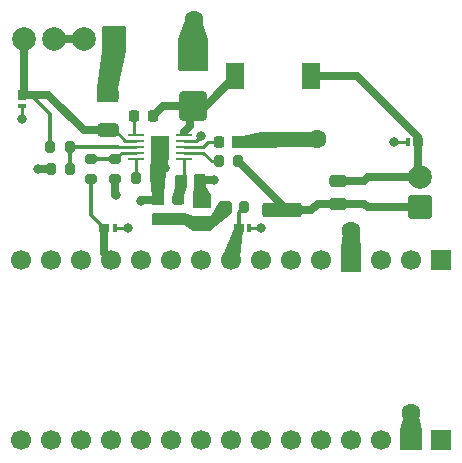
<source format=gbr>
%TF.GenerationSoftware,KiCad,Pcbnew,9.0.7-9.0.7~ubuntu24.04.1*%
%TF.CreationDate,2026-02-05T17:20:45+01:00*%
%TF.ProjectId,LaserDriver,4c617365-7244-4726-9976-65722e6b6963,rev?*%
%TF.SameCoordinates,Original*%
%TF.FileFunction,Copper,L1,Top*%
%TF.FilePolarity,Positive*%
%FSLAX46Y46*%
G04 Gerber Fmt 4.6, Leading zero omitted, Abs format (unit mm)*
G04 Created by KiCad (PCBNEW 9.0.7-9.0.7~ubuntu24.04.1) date 2026-02-05 17:20:45*
%MOMM*%
%LPD*%
G01*
G04 APERTURE LIST*
G04 Aperture macros list*
%AMRoundRect*
0 Rectangle with rounded corners*
0 $1 Rounding radius*
0 $2 $3 $4 $5 $6 $7 $8 $9 X,Y pos of 4 corners*
0 Add a 4 corners polygon primitive as box body*
4,1,4,$2,$3,$4,$5,$6,$7,$8,$9,$2,$3,0*
0 Add four circle primitives for the rounded corners*
1,1,$1+$1,$2,$3*
1,1,$1+$1,$4,$5*
1,1,$1+$1,$6,$7*
1,1,$1+$1,$8,$9*
0 Add four rect primitives between the rounded corners*
20,1,$1+$1,$2,$3,$4,$5,0*
20,1,$1+$1,$4,$5,$6,$7,0*
20,1,$1+$1,$6,$7,$8,$9,0*
20,1,$1+$1,$8,$9,$2,$3,0*%
G04 Aperture macros list end*
%TA.AperFunction,SMDPad,CuDef*%
%ADD10RoundRect,0.225000X-0.225000X-0.250000X0.225000X-0.250000X0.225000X0.250000X-0.225000X0.250000X0*%
%TD*%
%TA.AperFunction,SMDPad,CuDef*%
%ADD11RoundRect,0.075000X-0.390000X-0.275000X0.390000X-0.275000X0.390000X0.275000X-0.390000X0.275000X0*%
%TD*%
%TA.AperFunction,SMDPad,CuDef*%
%ADD12RoundRect,0.075000X-0.075000X-0.275000X0.075000X-0.275000X0.075000X0.275000X-0.075000X0.275000X0*%
%TD*%
%TA.AperFunction,SMDPad,CuDef*%
%ADD13RoundRect,0.200000X-0.200000X-0.275000X0.200000X-0.275000X0.200000X0.275000X-0.200000X0.275000X0*%
%TD*%
%TA.AperFunction,SMDPad,CuDef*%
%ADD14RoundRect,0.250000X1.425000X-0.362500X1.425000X0.362500X-1.425000X0.362500X-1.425000X-0.362500X0*%
%TD*%
%TA.AperFunction,SMDPad,CuDef*%
%ADD15RoundRect,0.075000X0.390000X0.275000X-0.390000X0.275000X-0.390000X-0.275000X0.390000X-0.275000X0*%
%TD*%
%TA.AperFunction,SMDPad,CuDef*%
%ADD16RoundRect,0.075000X0.075000X0.275000X-0.075000X0.275000X-0.075000X-0.275000X0.075000X-0.275000X0*%
%TD*%
%TA.AperFunction,SMDPad,CuDef*%
%ADD17RoundRect,0.075000X-0.275000X0.390000X-0.275000X-0.390000X0.275000X-0.390000X0.275000X0.390000X0*%
%TD*%
%TA.AperFunction,SMDPad,CuDef*%
%ADD18RoundRect,0.075000X-0.275000X0.075000X-0.275000X-0.075000X0.275000X-0.075000X0.275000X0.075000X0*%
%TD*%
%TA.AperFunction,SMDPad,CuDef*%
%ADD19RoundRect,0.200000X0.275000X-0.200000X0.275000X0.200000X-0.275000X0.200000X-0.275000X-0.200000X0*%
%TD*%
%TA.AperFunction,SMDPad,CuDef*%
%ADD20RoundRect,0.250000X0.475000X-0.250000X0.475000X0.250000X-0.475000X0.250000X-0.475000X-0.250000X0*%
%TD*%
%TA.AperFunction,SMDPad,CuDef*%
%ADD21RoundRect,0.200000X-0.275000X0.200000X-0.275000X-0.200000X0.275000X-0.200000X0.275000X0.200000X0*%
%TD*%
%TA.AperFunction,SMDPad,CuDef*%
%ADD22R,1.500000X2.200000*%
%TD*%
%TA.AperFunction,SMDPad,CuDef*%
%ADD23RoundRect,0.250000X-0.475000X0.250000X-0.475000X-0.250000X0.475000X-0.250000X0.475000X0.250000X0*%
%TD*%
%TA.AperFunction,ComponentPad*%
%ADD24RoundRect,0.250000X0.750000X0.750000X-0.750000X0.750000X-0.750000X-0.750000X0.750000X-0.750000X0*%
%TD*%
%TA.AperFunction,ComponentPad*%
%ADD25C,2.000000*%
%TD*%
%TA.AperFunction,ComponentPad*%
%ADD26R,1.700000X1.700000*%
%TD*%
%TA.AperFunction,ComponentPad*%
%ADD27C,1.700000*%
%TD*%
%TA.AperFunction,ComponentPad*%
%ADD28RoundRect,0.250000X0.750000X-0.750000X0.750000X0.750000X-0.750000X0.750000X-0.750000X-0.750000X0*%
%TD*%
%TA.AperFunction,SMDPad,CuDef*%
%ADD29RoundRect,0.250000X0.900000X-1.000000X0.900000X1.000000X-0.900000X1.000000X-0.900000X-1.000000X0*%
%TD*%
%TA.AperFunction,SMDPad,CuDef*%
%ADD30RoundRect,0.250000X0.650000X-0.325000X0.650000X0.325000X-0.650000X0.325000X-0.650000X-0.325000X0*%
%TD*%
%TA.AperFunction,SMDPad,CuDef*%
%ADD31O,1.450000X0.249999*%
%TD*%
%TA.AperFunction,SMDPad,CuDef*%
%ADD32R,1.569999X1.879999*%
%TD*%
%TA.AperFunction,ViaPad*%
%ADD33C,1.600000*%
%TD*%
%TA.AperFunction,ViaPad*%
%ADD34C,0.800000*%
%TD*%
%TA.AperFunction,Conductor*%
%ADD35C,0.350000*%
%TD*%
%TA.AperFunction,Conductor*%
%ADD36C,0.700000*%
%TD*%
%TA.AperFunction,Conductor*%
%ADD37C,0.250000*%
%TD*%
G04 APERTURE END LIST*
D10*
%TO.P,C105,1*%
%TO.N,/DAC*%
X45225000Y-113250000D03*
%TO.P,C105,2*%
%TO.N,GND*%
X46775000Y-113250000D03*
%TD*%
D11*
%TO.P,D104,1,K*%
%TO.N,/ard_PWM*%
X38715000Y-117250000D03*
D12*
%TO.P,D104,2,A*%
%TO.N,GND*%
X39600000Y-117250000D03*
%TD*%
D13*
%TO.P,R111,1*%
%TO.N,Net-(D100-K)*%
X34142500Y-110425000D03*
%TO.P,R111,2*%
%TO.N,Net-(U100-UVLO)*%
X35792500Y-110425000D03*
%TD*%
D14*
%TO.P,R105,1*%
%TO.N,Net-(J101-Pin_1)*%
X53750000Y-115712500D03*
%TO.P,R105,2*%
%TO.N,GND*%
X53750000Y-109787500D03*
%TD*%
D15*
%TO.P,D102,1,K*%
%TO.N,Net-(D102-K)*%
X65285000Y-110000000D03*
D16*
%TO.P,D102,2,A*%
%TO.N,GND*%
X64400000Y-110000000D03*
%TD*%
D17*
%TO.P,D100,1,K*%
%TO.N,Net-(D100-K)*%
X31800000Y-106015000D03*
D18*
%TO.P,D100,2,A*%
%TO.N,GND*%
X31800000Y-106900000D03*
%TD*%
D19*
%TO.P,R108,1*%
%TO.N,/intersection*%
X43250000Y-116575000D03*
%TO.P,R108,2*%
%TO.N,GND*%
X43250000Y-114925000D03*
%TD*%
D20*
%TO.P,C106,1*%
%TO.N,/intersection*%
X47000000Y-116950000D03*
%TO.P,C106,2*%
%TO.N,GND*%
X47000000Y-115050000D03*
%TD*%
D21*
%TO.P,R110,1*%
%TO.N,/PWM*%
X39675000Y-111460000D03*
%TO.P,R110,2*%
%TO.N,GND*%
X39675000Y-113110000D03*
%TD*%
%TO.P,R109,1*%
%TO.N,/PWM*%
X37642500Y-111460000D03*
%TO.P,R109,2*%
%TO.N,/ard_PWM*%
X37642500Y-113110000D03*
%TD*%
D22*
%TO.P,L100,1,1*%
%TO.N,Net-(D101-K)*%
X49825000Y-104435000D03*
%TO.P,L100,2,2*%
%TO.N,Net-(D102-K)*%
X56225000Y-104435000D03*
%TD*%
D10*
%TO.P,C103,1*%
%TO.N,Net-(U100-BOOT)*%
X41275000Y-107785000D03*
%TO.P,C103,2*%
%TO.N,Net-(D101-K)*%
X42825000Y-107785000D03*
%TD*%
D23*
%TO.P,C104,1*%
%TO.N,Net-(D102-K)*%
X58500000Y-113300000D03*
%TO.P,C104,2*%
%TO.N,Net-(J101-Pin_1)*%
X58500000Y-115200000D03*
%TD*%
D19*
%TO.P,R106,1*%
%TO.N,/intersection*%
X45000000Y-116575000D03*
%TO.P,R106,2*%
%TO.N,/DAC*%
X45000000Y-114925000D03*
%TD*%
D13*
%TO.P,R103,1*%
%TO.N,Net-(U100-RT_CLK)*%
X41382500Y-113035000D03*
%TO.P,R103,2*%
%TO.N,GND*%
X43032500Y-113035000D03*
%TD*%
D24*
%TO.P,J100,1,Pin_1*%
%TO.N,GND*%
X39540000Y-101250000D03*
D25*
%TO.P,J100,2,Pin_2*%
%TO.N,Net-(J100-Pin_2)*%
X37000000Y-101250000D03*
%TO.P,J100,3,Pin_3*%
X34460000Y-101250000D03*
%TO.P,J100,4,Pin_4*%
%TO.N,Net-(D100-K)*%
X31920000Y-101250000D03*
%TD*%
D26*
%TO.P,J103,1,Pin_1*%
%TO.N,unconnected-(J103-Pin_1-Pad1)*%
X67240000Y-135240000D03*
D27*
%TO.P,J103,2,Pin_2*%
%TO.N,GND*%
X64700000Y-135240000D03*
%TO.P,J103,3,Pin_3*%
%TO.N,unconnected-(J103-Pin_3-Pad3)*%
X62160000Y-135240000D03*
%TO.P,J103,4,Pin_4*%
%TO.N,unconnected-(J103-Pin_4-Pad4)*%
X59620000Y-135240000D03*
%TO.P,J103,5,Pin_5*%
%TO.N,unconnected-(J103-Pin_5-Pad5)*%
X57080000Y-135240000D03*
%TO.P,J103,6,Pin_6*%
%TO.N,unconnected-(J103-Pin_6-Pad6)*%
X54540000Y-135240000D03*
%TO.P,J103,7,Pin_7*%
%TO.N,unconnected-(J103-Pin_7-Pad7)*%
X52000000Y-135240000D03*
%TO.P,J103,8,Pin_8*%
%TO.N,unconnected-(J103-Pin_8-Pad8)*%
X49460000Y-135240000D03*
%TO.P,J103,9,Pin_9*%
%TO.N,unconnected-(J103-Pin_9-Pad9)*%
X46920000Y-135240000D03*
%TO.P,J103,10,Pin_10*%
%TO.N,unconnected-(J103-Pin_10-Pad10)*%
X44380000Y-135240000D03*
%TO.P,J103,11,Pin_11*%
%TO.N,unconnected-(J103-Pin_11-Pad11)*%
X41840000Y-135240000D03*
%TO.P,J103,12,Pin_12*%
%TO.N,unconnected-(J103-Pin_12-Pad12)*%
X39300000Y-135240000D03*
%TO.P,J103,13,Pin_13*%
%TO.N,unconnected-(J103-Pin_13-Pad13)*%
X36760000Y-135240000D03*
%TO.P,J103,14,Pin_14*%
%TO.N,unconnected-(J103-Pin_14-Pad14)*%
X34220000Y-135240000D03*
%TO.P,J103,15,Pin_15*%
%TO.N,unconnected-(J103-Pin_15-Pad15)*%
X31680000Y-135240000D03*
%TD*%
D28*
%TO.P,J101,1,Pin_1*%
%TO.N,Net-(J101-Pin_1)*%
X65467500Y-115525000D03*
D25*
%TO.P,J101,2,Pin_2*%
%TO.N,Net-(D102-K)*%
X65467500Y-112985000D03*
%TD*%
D29*
%TO.P,D101,1,K*%
%TO.N,Net-(D101-K)*%
X46250000Y-106950000D03*
%TO.P,D101,2,A*%
%TO.N,GND*%
X46250000Y-102650000D03*
%TD*%
D10*
%TO.P,C102,1*%
%TO.N,Net-(U100-COMP)*%
X48475000Y-110000000D03*
%TO.P,C102,2*%
%TO.N,GND*%
X50025000Y-110000000D03*
%TD*%
D30*
%TO.P,C100,1*%
%TO.N,Net-(D100-K)*%
X39000000Y-108975000D03*
%TO.P,C100,2*%
%TO.N,GND*%
X39000000Y-106025000D03*
%TD*%
D13*
%TO.P,R112,1*%
%TO.N,GND*%
X34175000Y-112250000D03*
%TO.P,R112,2*%
%TO.N,Net-(U100-UVLO)*%
X35825000Y-112250000D03*
%TD*%
D31*
%TO.P,U100,1,BOOT*%
%TO.N,Net-(U100-BOOT)*%
X41417501Y-109384998D03*
%TO.P,U100,2,VIN*%
%TO.N,Net-(D100-K)*%
X41417501Y-109884997D03*
%TO.P,U100,3,UVLO*%
%TO.N,Net-(U100-UVLO)*%
X41417501Y-110384999D03*
%TO.P,U100,4,PDIM*%
%TO.N,/PWM*%
X41417501Y-110884998D03*
%TO.P,U100,5,RT_CLK*%
%TO.N,Net-(U100-RT_CLK)*%
X41417501Y-111385000D03*
%TO.P,U100,6,IADJ*%
%TO.N,/DAC*%
X45467501Y-111385000D03*
%TO.P,U100,7,ISENSE*%
%TO.N,Net-(U100-ISENSE)*%
X45467501Y-110884998D03*
%TO.P,U100,8,COMP*%
%TO.N,Net-(U100-COMP)*%
X45467501Y-110384999D03*
%TO.P,U100,9,GND*%
%TO.N,GND*%
X45467501Y-109884997D03*
%TO.P,U100,10,PH*%
%TO.N,Net-(D101-K)*%
X45467501Y-109384998D03*
D32*
%TO.P,U100,11,PAD*%
%TO.N,GND*%
X43442501Y-110384999D03*
%TD*%
D26*
%TO.P,J102,1,Pin_1*%
%TO.N,unconnected-(J102-Pin_1-Pad1)*%
X67240000Y-120000000D03*
D27*
%TO.P,J102,2,Pin_2*%
%TO.N,unconnected-(J102-Pin_2-Pad2)*%
X64700000Y-120000000D03*
%TO.P,J102,3,Pin_3*%
%TO.N,unconnected-(J102-Pin_3-Pad3)*%
X62160000Y-120000000D03*
%TO.P,J102,4,Pin_4*%
%TO.N,GND*%
X59620000Y-120000000D03*
%TO.P,J102,5,Pin_5*%
%TO.N,unconnected-(J102-Pin_5-Pad5)*%
X57080000Y-120000000D03*
%TO.P,J102,6,Pin_6*%
%TO.N,unconnected-(J102-Pin_6-Pad6)*%
X54540000Y-120000000D03*
%TO.P,J102,7,Pin_7*%
%TO.N,unconnected-(J102-Pin_7-Pad7)*%
X52000000Y-120000000D03*
%TO.P,J102,8,Pin_8*%
%TO.N,/ard_DAC*%
X49460000Y-120000000D03*
%TO.P,J102,9,Pin_9*%
%TO.N,unconnected-(J102-Pin_9-Pad9)*%
X46920000Y-120000000D03*
%TO.P,J102,10,Pin_10*%
%TO.N,unconnected-(J102-Pin_10-Pad10)*%
X44380000Y-120000000D03*
%TO.P,J102,11,Pin_11*%
%TO.N,unconnected-(J102-Pin_11-Pad11)*%
X41840000Y-120000000D03*
%TO.P,J102,12,Pin_12*%
%TO.N,/ard_PWM*%
X39300000Y-120000000D03*
%TO.P,J102,13,Pin_13*%
%TO.N,unconnected-(J102-Pin_13-Pad13)*%
X36760000Y-120000000D03*
%TO.P,J102,14,Pin_14*%
%TO.N,unconnected-(J102-Pin_14-Pad14)*%
X34220000Y-120000000D03*
%TO.P,J102,15,Pin_15*%
%TO.N,unconnected-(J102-Pin_15-Pad15)*%
X31680000Y-120000000D03*
%TD*%
D13*
%TO.P,R104,1*%
%TO.N,Net-(U100-ISENSE)*%
X48425000Y-111625000D03*
%TO.P,R104,2*%
%TO.N,Net-(J101-Pin_1)*%
X50075000Y-111625000D03*
%TD*%
%TO.P,R107,1*%
%TO.N,/intersection*%
X48925000Y-115500000D03*
%TO.P,R107,2*%
%TO.N,/ard_DAC*%
X50575000Y-115500000D03*
%TD*%
D11*
%TO.P,D103,1,K*%
%TO.N,/ard_DAC*%
X50115000Y-117250000D03*
D12*
%TO.P,D103,2,A*%
%TO.N,GND*%
X51000000Y-117250000D03*
%TD*%
D33*
%TO.N,GND*%
X39300000Y-103700000D03*
D34*
X63250000Y-110000000D03*
D33*
X56700000Y-109750000D03*
X64700000Y-132900000D03*
D34*
X41850000Y-114950000D03*
X33100000Y-112300000D03*
X48000000Y-113175000D03*
D33*
X59625000Y-117500000D03*
D34*
X46951992Y-109451992D03*
X52000000Y-117250000D03*
X31800000Y-108050000D03*
X40750000Y-117250000D03*
X39700000Y-114500000D03*
D33*
X46300000Y-99675000D03*
D34*
X43850000Y-112150000D03*
%TD*%
D35*
%TO.N,/ard_PWM*%
X37642500Y-116177500D02*
X38715000Y-117250000D01*
D36*
X39300000Y-120000000D02*
X38715000Y-119415000D01*
X38715000Y-119415000D02*
X38715000Y-117250000D01*
%TO.N,Net-(D100-K)*%
X34000000Y-106000000D02*
X33985000Y-106015000D01*
X33985000Y-106015000D02*
X31800000Y-106015000D01*
X31920000Y-101250000D02*
X31920000Y-105895000D01*
X31920000Y-105895000D02*
X31800000Y-106015000D01*
D35*
%TO.N,GND*%
X47000000Y-113475000D02*
X46775000Y-113250000D01*
D37*
X31785000Y-108035000D02*
X31800000Y-108050000D01*
D36*
X46850000Y-113175000D02*
X46775000Y-113250000D01*
D35*
X50025000Y-110000000D02*
X50250000Y-110000000D01*
D36*
X48000000Y-113175000D02*
X46850000Y-113175000D01*
D37*
X45467501Y-109884997D02*
X46518987Y-109884997D01*
D35*
X47000000Y-115050000D02*
X47000000Y-115000000D01*
D36*
X39600000Y-101310000D02*
X39540000Y-101250000D01*
D37*
X51000000Y-117250000D02*
X52000000Y-117250000D01*
D36*
X56962500Y-109787500D02*
X57000000Y-109750000D01*
X41875000Y-114925000D02*
X41850000Y-114950000D01*
D37*
X64400000Y-110000000D02*
X63250000Y-110000000D01*
X43942503Y-109884997D02*
X43442501Y-110384999D01*
D36*
X33150000Y-112250000D02*
X33100000Y-112300000D01*
D37*
X46518987Y-109884997D02*
X46951992Y-109451992D01*
D36*
X39675000Y-113110000D02*
X39675000Y-114475000D01*
D37*
X39600000Y-117250000D02*
X40750000Y-117250000D01*
D36*
X43250000Y-114925000D02*
X41875000Y-114925000D01*
D37*
X31785000Y-106885000D02*
X31785000Y-108035000D01*
D36*
X34175000Y-112250000D02*
X33150000Y-112250000D01*
X39675000Y-114475000D02*
X39700000Y-114500000D01*
D35*
X39675000Y-114425000D02*
X39750000Y-114500000D01*
%TO.N,/ard_DAC*%
X50115000Y-117250000D02*
X50115000Y-115960000D01*
X50115000Y-115960000D02*
X50575000Y-115500000D01*
%TO.N,/ard_PWM*%
X37642500Y-113110000D02*
X37642500Y-116177500D01*
D36*
%TO.N,Net-(D101-K)*%
X43660000Y-106950000D02*
X42825000Y-107785000D01*
X46250000Y-106950000D02*
X46000000Y-107200000D01*
X46000000Y-108626498D02*
X45467501Y-109158997D01*
X47310000Y-106950000D02*
X46250000Y-106950000D01*
X46000000Y-107200000D02*
X46000000Y-108626498D01*
X49825000Y-104435000D02*
X47310000Y-106950000D01*
X46250000Y-106950000D02*
X43660000Y-106950000D01*
D37*
%TO.N,Net-(U100-COMP)*%
X47115001Y-110384999D02*
X47500000Y-110000000D01*
X47500000Y-110000000D02*
X48475000Y-110000000D01*
X45467501Y-110384999D02*
X47115001Y-110384999D01*
%TO.N,Net-(D100-K)*%
X40522497Y-109884997D02*
X39612500Y-108975000D01*
D36*
X34000000Y-106000000D02*
X36975000Y-108975000D01*
D37*
X39612500Y-108975000D02*
X39000000Y-108975000D01*
D36*
X31785000Y-101385000D02*
X31920000Y-101250000D01*
D37*
X41417501Y-109884997D02*
X40522497Y-109884997D01*
D35*
X34142500Y-107642500D02*
X32500000Y-106000000D01*
X32500000Y-106000000D02*
X31785000Y-106000000D01*
D36*
X36975000Y-108975000D02*
X39000000Y-108975000D01*
D35*
X34142500Y-110425000D02*
X34142500Y-107642500D01*
D37*
%TO.N,Net-(U100-BOOT)*%
X41417501Y-107927501D02*
X41275000Y-107785000D01*
X41275000Y-107785000D02*
X41275000Y-109242497D01*
D36*
%TO.N,Net-(J101-Pin_1)*%
X58500000Y-115200000D02*
X56800000Y-115200000D01*
X65467500Y-115525000D02*
X61025000Y-115525000D01*
X53750000Y-115712500D02*
X53327500Y-115712500D01*
X56800000Y-115200000D02*
X56250000Y-115750000D01*
X61025000Y-115525000D02*
X60750000Y-115250000D01*
X53750000Y-115712500D02*
X53750000Y-115300000D01*
X53750000Y-115300000D02*
X50075000Y-111625000D01*
X56250000Y-115750000D02*
X53787500Y-115750000D01*
X58550000Y-115250000D02*
X58500000Y-115200000D01*
X60750000Y-115250000D02*
X58550000Y-115250000D01*
%TO.N,Net-(D102-K)*%
X65285000Y-112802500D02*
X65467500Y-112985000D01*
X65285000Y-109576914D02*
X65285000Y-110000000D01*
X56225000Y-104435000D02*
X60143086Y-104435000D01*
X61015000Y-112985000D02*
X60750000Y-113250000D01*
X60143086Y-104435000D02*
X65285000Y-109576914D01*
X65467500Y-112985000D02*
X61015000Y-112985000D01*
X60750000Y-113250000D02*
X58550000Y-113250000D01*
X65285000Y-110000000D02*
X65285000Y-112802500D01*
X58550000Y-113250000D02*
X58500000Y-113300000D01*
D37*
%TO.N,/DAC*%
X45467501Y-111385000D02*
X45467501Y-113007499D01*
D35*
X45000000Y-113475000D02*
X45225000Y-113250000D01*
D37*
X45467501Y-113007499D02*
X45225000Y-113250000D01*
D36*
%TO.N,Net-(J100-Pin_2)*%
X34460000Y-101250000D02*
X37000000Y-101250000D01*
D37*
%TO.N,Net-(U100-RT_CLK)*%
X41382500Y-111420001D02*
X41417501Y-111385000D01*
X41382500Y-113035000D02*
X41382500Y-111420001D01*
%TO.N,Net-(U100-ISENSE)*%
X47825000Y-111625000D02*
X48425000Y-111625000D01*
X45467501Y-110884998D02*
X47084998Y-110884998D01*
X47084998Y-110884998D02*
X47825000Y-111625000D01*
%TO.N,/PWM*%
X41417501Y-110884998D02*
X40250002Y-110884998D01*
D35*
X37642500Y-111460000D02*
X39675000Y-111460000D01*
D37*
X40250002Y-110884998D02*
X39675000Y-111460000D01*
D35*
%TO.N,Net-(U100-UVLO)*%
X35792500Y-110425000D02*
X35792500Y-112217500D01*
X35792500Y-110425000D02*
X39930768Y-110425000D01*
X35792500Y-112217500D02*
X35825000Y-112250000D01*
D37*
X41417501Y-110384999D02*
X39900059Y-110384999D01*
%TD*%
%TA.AperFunction,Conductor*%
%TO.N,GND*%
G36*
X46777665Y-99169685D02*
G01*
X46823420Y-99222489D01*
X46828263Y-99234788D01*
X47493637Y-101230911D01*
X47500000Y-101270123D01*
X47500000Y-103876000D01*
X47480315Y-103943039D01*
X47427511Y-103988794D01*
X47376000Y-104000000D01*
X45124000Y-104000000D01*
X45056961Y-103980315D01*
X45011206Y-103927511D01*
X45000000Y-103876000D01*
X45000000Y-101271478D01*
X45007224Y-101229772D01*
X45719719Y-99234788D01*
X45720609Y-99232293D01*
X45761695Y-99175781D01*
X45826811Y-99150452D01*
X45837385Y-99150000D01*
X46710626Y-99150000D01*
X46777665Y-99169685D01*
G37*
%TD.AperFunction*%
%TD*%
%TA.AperFunction,Conductor*%
%TO.N,GND*%
G36*
X40543039Y-100219685D02*
G01*
X40588794Y-100272489D01*
X40600000Y-100324000D01*
X40600000Y-102286172D01*
X40596955Y-102313484D01*
X39900000Y-105399997D01*
X39900000Y-106476000D01*
X39880315Y-106543039D01*
X39827511Y-106588794D01*
X39776000Y-106600000D01*
X38224000Y-106600000D01*
X38156961Y-106580315D01*
X38111206Y-106527511D01*
X38100000Y-106476000D01*
X38100000Y-105407963D01*
X38101020Y-105392095D01*
X38499999Y-102300007D01*
X38500000Y-102300005D01*
X38500000Y-100324000D01*
X38519685Y-100256961D01*
X38572489Y-100211206D01*
X38624000Y-100200000D01*
X40476000Y-100200000D01*
X40543039Y-100219685D01*
G37*
%TD.AperFunction*%
%TD*%
%TA.AperFunction,Conductor*%
%TO.N,GND*%
G36*
X47243039Y-112719685D02*
G01*
X47288794Y-112772489D01*
X47300000Y-112824000D01*
X47300000Y-113800000D01*
X47776903Y-114467664D01*
X47799851Y-114533658D01*
X47800000Y-114539738D01*
X47800000Y-115344170D01*
X47795530Y-115360306D01*
X47795996Y-115375426D01*
X47782329Y-115407967D01*
X47741510Y-115476000D01*
X47710604Y-115527511D01*
X47703232Y-115539797D01*
X47651862Y-115587155D01*
X47596903Y-115600000D01*
X46324000Y-115600000D01*
X46256961Y-115580315D01*
X46211206Y-115527511D01*
X46200000Y-115476000D01*
X46200000Y-114508813D01*
X46201246Y-114491277D01*
X46300000Y-113799998D01*
X46300000Y-112824000D01*
X46319685Y-112756961D01*
X46372489Y-112711206D01*
X46424000Y-112700000D01*
X47176000Y-112700000D01*
X47243039Y-112719685D01*
G37*
%TD.AperFunction*%
%TD*%
%TA.AperFunction,Conductor*%
%TO.N,GND*%
G36*
X65165383Y-132419685D02*
G01*
X65211138Y-132472489D01*
X65219936Y-132499682D01*
X65597592Y-134387960D01*
X65600000Y-134412278D01*
X65600000Y-135976000D01*
X65580315Y-136043039D01*
X65527511Y-136088794D01*
X65476000Y-136100000D01*
X63924000Y-136100000D01*
X63856961Y-136080315D01*
X63811206Y-136027511D01*
X63800000Y-135976000D01*
X63800000Y-134415266D01*
X63803702Y-134385192D01*
X64276518Y-132493924D01*
X64311875Y-132433662D01*
X64374199Y-132402080D01*
X64396816Y-132400000D01*
X65098344Y-132400000D01*
X65165383Y-132419685D01*
G37*
%TD.AperFunction*%
%TD*%
%TA.AperFunction,Conductor*%
%TO.N,GND*%
G36*
X44118935Y-111169685D02*
G01*
X44164690Y-111222489D01*
X44174634Y-111291647D01*
X44173965Y-111295798D01*
X43950001Y-112549992D01*
X43850031Y-113549681D01*
X43849965Y-113550323D01*
X43750000Y-114500003D01*
X43750000Y-115226000D01*
X43730315Y-115293039D01*
X43677511Y-115338794D01*
X43626000Y-115350000D01*
X42874000Y-115350000D01*
X42806961Y-115330315D01*
X42761206Y-115277511D01*
X42750000Y-115226000D01*
X42750000Y-114450001D01*
X42750000Y-114450000D01*
X42651290Y-113857745D01*
X42649697Y-113842144D01*
X42600261Y-112556793D01*
X42600483Y-112543228D01*
X42691774Y-111265165D01*
X42716185Y-111199699D01*
X42772115Y-111157822D01*
X42815459Y-111150000D01*
X44051896Y-111150000D01*
X44118935Y-111169685D01*
G37*
%TD.AperFunction*%
%TD*%
%TA.AperFunction,Conductor*%
%TO.N,/intersection*%
G36*
X49443039Y-115019685D02*
G01*
X49488794Y-115072489D01*
X49500000Y-115124000D01*
X49500000Y-115942968D01*
X49480315Y-116010007D01*
X49456698Y-116037116D01*
X47784827Y-117470148D01*
X47721116Y-117498831D01*
X47704129Y-117500000D01*
X46287544Y-117500000D01*
X46220505Y-117480315D01*
X46218761Y-117479174D01*
X45500000Y-117000000D01*
X42874000Y-117000000D01*
X42806961Y-116980315D01*
X42761206Y-116927511D01*
X42750000Y-116876000D01*
X42750000Y-116124000D01*
X42769685Y-116056961D01*
X42822489Y-116011206D01*
X42874000Y-116000000D01*
X45479877Y-116000000D01*
X45519089Y-116006363D01*
X46250000Y-116250000D01*
X47750000Y-116250000D01*
X47750001Y-116250000D01*
X47750000Y-116249999D01*
X48463878Y-115060202D01*
X48515249Y-115012844D01*
X48570207Y-115000000D01*
X49376000Y-115000000D01*
X49443039Y-115019685D01*
G37*
%TD.AperFunction*%
%TD*%
%TA.AperFunction,Conductor*%
%TO.N,/ard_DAC*%
G36*
X50392539Y-117019685D02*
G01*
X50438294Y-117072489D01*
X50449500Y-117124000D01*
X50449500Y-117464704D01*
X50448794Y-117477914D01*
X50200914Y-119791460D01*
X50197918Y-119808324D01*
X50023482Y-120506074D01*
X49988126Y-120566338D01*
X49925801Y-120597920D01*
X49903184Y-120600000D01*
X48996816Y-120600000D01*
X48929777Y-120580315D01*
X48884022Y-120527511D01*
X48876518Y-120506074D01*
X48709622Y-119838488D01*
X48712460Y-119768676D01*
X48714507Y-119763073D01*
X49612248Y-117477914D01*
X49769098Y-117078658D01*
X49811932Y-117023460D01*
X49877810Y-117000181D01*
X49884511Y-117000000D01*
X50325500Y-117000000D01*
X50392539Y-117019685D01*
G37*
%TD.AperFunction*%
%TD*%
%TA.AperFunction,Conductor*%
%TO.N,GND*%
G36*
X57043039Y-109119685D02*
G01*
X57088794Y-109172489D01*
X57100000Y-109224000D01*
X57100000Y-110277621D01*
X57080315Y-110344660D01*
X57027511Y-110390415D01*
X56977631Y-110401610D01*
X49625631Y-110498346D01*
X49558339Y-110479545D01*
X49511893Y-110427348D01*
X49500000Y-110374357D01*
X49500000Y-109624000D01*
X49519685Y-109556961D01*
X49572489Y-109511206D01*
X49624000Y-109500000D01*
X50500002Y-109500000D01*
X51984299Y-109104187D01*
X52016249Y-109100000D01*
X56976000Y-109100000D01*
X57043039Y-109119685D01*
G37*
%TD.AperFunction*%
%TD*%
%TA.AperFunction,Conductor*%
%TO.N,/DAC*%
G36*
X45693039Y-112769685D02*
G01*
X45738794Y-112822489D01*
X45750000Y-112874000D01*
X45750000Y-113778521D01*
X45742776Y-113820227D01*
X45500000Y-114500000D01*
X45500000Y-115126000D01*
X45480315Y-115193039D01*
X45427511Y-115238794D01*
X45376000Y-115250000D01*
X44624000Y-115250000D01*
X44556961Y-115230315D01*
X44511206Y-115177511D01*
X44500000Y-115126000D01*
X44500000Y-114521478D01*
X44507224Y-114479772D01*
X44750000Y-113799999D01*
X44750000Y-112874000D01*
X44769685Y-112806961D01*
X44822489Y-112761206D01*
X44874000Y-112750000D01*
X45626000Y-112750000D01*
X45693039Y-112769685D01*
G37*
%TD.AperFunction*%
%TD*%
%TA.AperFunction,Conductor*%
%TO.N,GND*%
G36*
X60207922Y-117069685D02*
G01*
X60253677Y-117122489D01*
X60263876Y-117158232D01*
X60498993Y-118992145D01*
X60500000Y-119007913D01*
X60500000Y-120876000D01*
X60480315Y-120943039D01*
X60427511Y-120988794D01*
X60376000Y-121000000D01*
X58874000Y-121000000D01*
X58806961Y-120980315D01*
X58761206Y-120927511D01*
X58750000Y-120876000D01*
X58750000Y-119007913D01*
X58751007Y-118992145D01*
X58986124Y-117158232D01*
X59014173Y-117094240D01*
X59072367Y-117055571D01*
X59109117Y-117050000D01*
X60140883Y-117050000D01*
X60207922Y-117069685D01*
G37*
%TD.AperFunction*%
%TD*%
M02*

</source>
